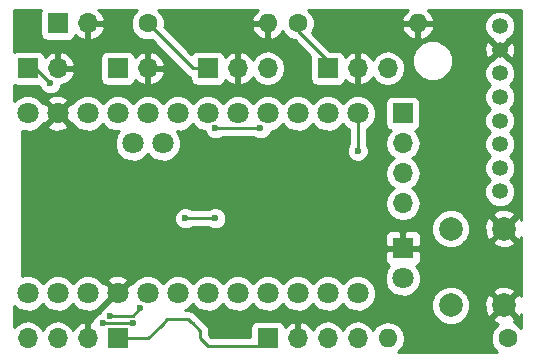
<source format=gbr>
G04 #@! TF.FileFunction,Copper,L2,Bot,Signal*
%FSLAX46Y46*%
G04 Gerber Fmt 4.6, Leading zero omitted, Abs format (unit mm)*
G04 Created by KiCad (PCBNEW 4.0.7) date 05/11/18 23:43:40*
%MOMM*%
%LPD*%
G01*
G04 APERTURE LIST*
%ADD10C,0.100000*%
%ADD11R,1.800000X1.800000*%
%ADD12C,1.800000*%
%ADD13R,1.700000X1.700000*%
%ADD14O,1.700000X1.700000*%
%ADD15C,2.000000*%
%ADD16C,1.350000*%
%ADD17C,1.600000*%
%ADD18O,1.600000X1.600000*%
%ADD19C,0.600000*%
%ADD20C,0.250000*%
%ADD21C,0.254000*%
G04 APERTURE END LIST*
D10*
D11*
X134620000Y-68580000D03*
D12*
X134620000Y-71120000D03*
D13*
X102870000Y-53340000D03*
D14*
X105410000Y-53340000D03*
D15*
X143184000Y-73406000D03*
X138684000Y-73406000D03*
X143184000Y-66906000D03*
X138684000Y-66906000D03*
D16*
X142835000Y-63760000D03*
X142835000Y-49760000D03*
X142835000Y-51760000D03*
X142835000Y-53760000D03*
X142835000Y-55760000D03*
X142835000Y-57760000D03*
X142835000Y-59760000D03*
X142835000Y-61760000D03*
D13*
X105410000Y-49530000D03*
D14*
X107950000Y-49530000D03*
D13*
X110490000Y-76200000D03*
D14*
X107950000Y-76200000D03*
X105410000Y-76200000D03*
X102870000Y-76200000D03*
D13*
X123190000Y-76200000D03*
D14*
X125730000Y-76200000D03*
X128270000Y-76200000D03*
X130810000Y-76200000D03*
D13*
X128270000Y-53340000D03*
D14*
X130810000Y-53340000D03*
X133350000Y-53340000D03*
D13*
X118110000Y-53340000D03*
D14*
X120650000Y-53340000D03*
X123190000Y-53340000D03*
D13*
X110490000Y-53340000D03*
D14*
X113030000Y-53340000D03*
D13*
X134620000Y-57150000D03*
D14*
X134620000Y-59690000D03*
X134620000Y-62230000D03*
X134620000Y-64770000D03*
D17*
X143510000Y-76200000D03*
D18*
X133350000Y-76200000D03*
D17*
X125730000Y-49530000D03*
D18*
X135890000Y-49530000D03*
D17*
X113030000Y-49530000D03*
D18*
X123190000Y-49530000D03*
D12*
X130810000Y-57150000D03*
X128270000Y-57150000D03*
X125730000Y-57150000D03*
X123190000Y-57150000D03*
X120650000Y-57150000D03*
X118110000Y-57150000D03*
X115570000Y-57150000D03*
X113030000Y-57150000D03*
X110490000Y-57150000D03*
X107950000Y-57150000D03*
X105410000Y-57150000D03*
X102870000Y-57150000D03*
X102870000Y-72390000D03*
X105410000Y-72390000D03*
X107950000Y-72390000D03*
X110490000Y-72390000D03*
X113030000Y-72390000D03*
X115570000Y-72390000D03*
X118110000Y-72390000D03*
X120650000Y-72390000D03*
X123190000Y-72390000D03*
X125730000Y-72390000D03*
X128270000Y-72390000D03*
X130810000Y-72390000D03*
X114300000Y-59690000D03*
X111760000Y-59690000D03*
D19*
X130810000Y-60325000D03*
X118745000Y-66040000D03*
X116205000Y-66040000D03*
X111760000Y-74930000D03*
X109220000Y-74930000D03*
X112395000Y-73660000D03*
X109855000Y-74295000D03*
X104775000Y-54610000D03*
X118745000Y-58420000D03*
X122555000Y-58420000D03*
D20*
X114490500Y-74739500D02*
X114681000Y-74549000D01*
X116459000Y-74549000D02*
X116713000Y-74803000D01*
X114681000Y-74549000D02*
X116459000Y-74549000D01*
X114363500Y-74866500D02*
X114490500Y-74739500D01*
X114109500Y-75120500D02*
X114363500Y-74866500D01*
X113030000Y-76200000D02*
X114109500Y-75120500D01*
X110490000Y-76200000D02*
X113030000Y-76200000D01*
X117475000Y-75565000D02*
X117475000Y-76200000D01*
X118745000Y-76835000D02*
X121285000Y-76835000D01*
X116840000Y-74930000D02*
X117475000Y-75565000D01*
X116713000Y-74803000D02*
X116840000Y-74930000D01*
X121285000Y-76835000D02*
X122555000Y-76835000D01*
X117475000Y-76200000D02*
X118110000Y-76835000D01*
X118110000Y-76835000D02*
X118745000Y-76835000D01*
X122555000Y-76835000D02*
X123190000Y-76200000D01*
X110236000Y-72390000D02*
X109728000Y-72898000D01*
X109347000Y-73279000D02*
X109728000Y-72898000D01*
X110109000Y-72390000D02*
X109220000Y-73279000D01*
X110490000Y-72390000D02*
X110236000Y-72390000D01*
X107950000Y-76200000D02*
X107950000Y-74930000D01*
X107950000Y-74930000D02*
X110490000Y-72390000D01*
X110490000Y-72390000D02*
X110109000Y-72390000D01*
X130810000Y-60325000D02*
X130810000Y-57150000D01*
X118745000Y-66040000D02*
X116205000Y-66040000D01*
X109220000Y-74930000D02*
X111760000Y-74930000D01*
X109855000Y-74295000D02*
X111760000Y-74295000D01*
X111760000Y-74295000D02*
X112395000Y-73660000D01*
X125730000Y-49530000D02*
X125730000Y-50165000D01*
X125730000Y-50165000D02*
X128270000Y-52705000D01*
X128270000Y-52705000D02*
X128270000Y-53340000D01*
X113030000Y-49530000D02*
X116840000Y-53340000D01*
X116840000Y-53340000D02*
X118110000Y-53340000D01*
X117475000Y-53340000D02*
X118110000Y-53340000D01*
X104775000Y-54610000D02*
X103505000Y-53340000D01*
X103505000Y-53340000D02*
X102870000Y-53340000D01*
X103505000Y-53340000D02*
X102870000Y-53340000D01*
X122555000Y-58420000D02*
X118745000Y-58420000D01*
D21*
G36*
X103963569Y-48428110D02*
X103912560Y-48680000D01*
X103912560Y-50380000D01*
X103956838Y-50615317D01*
X104095910Y-50831441D01*
X104308110Y-50976431D01*
X104560000Y-51027440D01*
X106260000Y-51027440D01*
X106495317Y-50983162D01*
X106711441Y-50844090D01*
X106856431Y-50631890D01*
X106878301Y-50523893D01*
X107183076Y-50801645D01*
X107593110Y-50971476D01*
X107823000Y-50850155D01*
X107823000Y-49657000D01*
X108077000Y-49657000D01*
X108077000Y-50850155D01*
X108306890Y-50971476D01*
X108716924Y-50801645D01*
X109145183Y-50411358D01*
X109391486Y-49886892D01*
X109270819Y-49657000D01*
X108077000Y-49657000D01*
X107823000Y-49657000D01*
X107803000Y-49657000D01*
X107803000Y-49403000D01*
X107823000Y-49403000D01*
X107823000Y-49383000D01*
X108077000Y-49383000D01*
X108077000Y-49403000D01*
X109270819Y-49403000D01*
X109391486Y-49173108D01*
X109145183Y-48648642D01*
X108858085Y-48387000D01*
X112143827Y-48387000D01*
X111814176Y-48716077D01*
X111595250Y-49243309D01*
X111594752Y-49814187D01*
X111812757Y-50341800D01*
X112216077Y-50745824D01*
X112743309Y-50964750D01*
X113314187Y-50965248D01*
X113368149Y-50942951D01*
X116302599Y-53877401D01*
X116549161Y-54042148D01*
X116612560Y-54054759D01*
X116612560Y-54190000D01*
X116656838Y-54425317D01*
X116795910Y-54641441D01*
X117008110Y-54786431D01*
X117260000Y-54837440D01*
X118960000Y-54837440D01*
X119195317Y-54793162D01*
X119411441Y-54654090D01*
X119556431Y-54441890D01*
X119578301Y-54333893D01*
X119883076Y-54611645D01*
X120293110Y-54781476D01*
X120523000Y-54660155D01*
X120523000Y-53467000D01*
X120503000Y-53467000D01*
X120503000Y-53213000D01*
X120523000Y-53213000D01*
X120523000Y-52019845D01*
X120777000Y-52019845D01*
X120777000Y-53213000D01*
X120797000Y-53213000D01*
X120797000Y-53467000D01*
X120777000Y-53467000D01*
X120777000Y-54660155D01*
X121006890Y-54781476D01*
X121416924Y-54611645D01*
X121845183Y-54221358D01*
X121912298Y-54078447D01*
X122139946Y-54419147D01*
X122621715Y-54741054D01*
X123190000Y-54854093D01*
X123758285Y-54741054D01*
X124240054Y-54419147D01*
X124561961Y-53937378D01*
X124675000Y-53369093D01*
X124675000Y-53310907D01*
X124561961Y-52742622D01*
X124240054Y-52260853D01*
X123758285Y-51938946D01*
X123190000Y-51825907D01*
X122621715Y-51938946D01*
X122139946Y-52260853D01*
X121912298Y-52601553D01*
X121845183Y-52458642D01*
X121416924Y-52068355D01*
X121006890Y-51898524D01*
X120777000Y-52019845D01*
X120523000Y-52019845D01*
X120293110Y-51898524D01*
X119883076Y-52068355D01*
X119580063Y-52344501D01*
X119563162Y-52254683D01*
X119424090Y-52038559D01*
X119211890Y-51893569D01*
X118960000Y-51842560D01*
X117260000Y-51842560D01*
X117024683Y-51886838D01*
X116808559Y-52025910D01*
X116724190Y-52149388D01*
X114453841Y-49879039D01*
X121798096Y-49879039D01*
X121958959Y-50267423D01*
X122334866Y-50682389D01*
X122840959Y-50921914D01*
X123063000Y-50800629D01*
X123063000Y-49657000D01*
X121920085Y-49657000D01*
X121798096Y-49879039D01*
X114453841Y-49879039D01*
X114443256Y-49868454D01*
X114464750Y-49816691D01*
X114465248Y-49245813D01*
X114247243Y-48718200D01*
X113916620Y-48387000D01*
X122326361Y-48387000D01*
X121958959Y-48792577D01*
X121798096Y-49180961D01*
X121920085Y-49403000D01*
X123063000Y-49403000D01*
X123063000Y-49383000D01*
X123317000Y-49383000D01*
X123317000Y-49403000D01*
X123337000Y-49403000D01*
X123337000Y-49657000D01*
X123317000Y-49657000D01*
X123317000Y-50800629D01*
X123539041Y-50921914D01*
X124045134Y-50682389D01*
X124421041Y-50267423D01*
X124451570Y-50193715D01*
X124512757Y-50341800D01*
X124916077Y-50745824D01*
X125443309Y-50964750D01*
X125454958Y-50964760D01*
X126807527Y-52317329D01*
X126772560Y-52490000D01*
X126772560Y-54190000D01*
X126816838Y-54425317D01*
X126955910Y-54641441D01*
X127168110Y-54786431D01*
X127420000Y-54837440D01*
X129120000Y-54837440D01*
X129355317Y-54793162D01*
X129571441Y-54654090D01*
X129716431Y-54441890D01*
X129738301Y-54333893D01*
X130043076Y-54611645D01*
X130453110Y-54781476D01*
X130683000Y-54660155D01*
X130683000Y-53467000D01*
X130663000Y-53467000D01*
X130663000Y-53213000D01*
X130683000Y-53213000D01*
X130683000Y-52019845D01*
X130937000Y-52019845D01*
X130937000Y-53213000D01*
X130957000Y-53213000D01*
X130957000Y-53467000D01*
X130937000Y-53467000D01*
X130937000Y-54660155D01*
X131166890Y-54781476D01*
X131576924Y-54611645D01*
X132005183Y-54221358D01*
X132072298Y-54078447D01*
X132299946Y-54419147D01*
X132781715Y-54741054D01*
X133350000Y-54854093D01*
X133918285Y-54741054D01*
X134400054Y-54419147D01*
X134721961Y-53937378D01*
X134835000Y-53369093D01*
X134835000Y-53310907D01*
X134782824Y-53048599D01*
X135424699Y-53048599D01*
X135688281Y-53686515D01*
X136175918Y-54175004D01*
X136813373Y-54439699D01*
X137503599Y-54440301D01*
X138141515Y-54176719D01*
X138299076Y-54019432D01*
X141524774Y-54019432D01*
X141723789Y-54501086D01*
X141982380Y-54760129D01*
X141725084Y-55016976D01*
X141525228Y-55498282D01*
X141524774Y-56019432D01*
X141723789Y-56501086D01*
X141982380Y-56760129D01*
X141725084Y-57016976D01*
X141525228Y-57498282D01*
X141524774Y-58019432D01*
X141723789Y-58501086D01*
X141982380Y-58760129D01*
X141725084Y-59016976D01*
X141525228Y-59498282D01*
X141524774Y-60019432D01*
X141723789Y-60501086D01*
X141982380Y-60760129D01*
X141725084Y-61016976D01*
X141525228Y-61498282D01*
X141524774Y-62019432D01*
X141723789Y-62501086D01*
X141982380Y-62760129D01*
X141725084Y-63016976D01*
X141525228Y-63498282D01*
X141524774Y-64019432D01*
X141723789Y-64501086D01*
X142091976Y-64869916D01*
X142573282Y-65069772D01*
X143094432Y-65070226D01*
X143576086Y-64871211D01*
X143944916Y-64503024D01*
X144144772Y-64021718D01*
X144145226Y-63500568D01*
X143946211Y-63018914D01*
X143687620Y-62759871D01*
X143944916Y-62503024D01*
X144144772Y-62021718D01*
X144145226Y-61500568D01*
X143946211Y-61018914D01*
X143687620Y-60759871D01*
X143944916Y-60503024D01*
X144144772Y-60021718D01*
X144145226Y-59500568D01*
X143946211Y-59018914D01*
X143687620Y-58759871D01*
X143944916Y-58503024D01*
X144144772Y-58021718D01*
X144145226Y-57500568D01*
X143946211Y-57018914D01*
X143687620Y-56759871D01*
X143944916Y-56503024D01*
X144144772Y-56021718D01*
X144145226Y-55500568D01*
X143946211Y-55018914D01*
X143687620Y-54759871D01*
X143944916Y-54503024D01*
X144144772Y-54021718D01*
X144145226Y-53500568D01*
X143946211Y-53018914D01*
X143578024Y-52650084D01*
X143522369Y-52626974D01*
X142835000Y-51939605D01*
X142148279Y-52626326D01*
X142093914Y-52648789D01*
X141725084Y-53016976D01*
X141525228Y-53498282D01*
X141524774Y-54019432D01*
X138299076Y-54019432D01*
X138630004Y-53689082D01*
X138894699Y-53051627D01*
X138895301Y-52361401D01*
X138631719Y-51723485D01*
X138481597Y-51573100D01*
X141512478Y-51573100D01*
X141541625Y-52093434D01*
X141684672Y-52438781D01*
X141917853Y-52497542D01*
X142655395Y-51760000D01*
X143014605Y-51760000D01*
X143752147Y-52497542D01*
X143985328Y-52438781D01*
X144157522Y-51946900D01*
X144128375Y-51426566D01*
X143985328Y-51081219D01*
X143752147Y-51022458D01*
X143014605Y-51760000D01*
X142655395Y-51760000D01*
X141917853Y-51022458D01*
X141684672Y-51081219D01*
X141512478Y-51573100D01*
X138481597Y-51573100D01*
X138144082Y-51234996D01*
X137506627Y-50970301D01*
X136816401Y-50969699D01*
X136178485Y-51233281D01*
X135689996Y-51720918D01*
X135425301Y-52358373D01*
X135424699Y-53048599D01*
X134782824Y-53048599D01*
X134721961Y-52742622D01*
X134400054Y-52260853D01*
X133918285Y-51938946D01*
X133350000Y-51825907D01*
X132781715Y-51938946D01*
X132299946Y-52260853D01*
X132072298Y-52601553D01*
X132005183Y-52458642D01*
X131576924Y-52068355D01*
X131166890Y-51898524D01*
X130937000Y-52019845D01*
X130683000Y-52019845D01*
X130453110Y-51898524D01*
X130043076Y-52068355D01*
X129740063Y-52344501D01*
X129723162Y-52254683D01*
X129584090Y-52038559D01*
X129371890Y-51893569D01*
X129120000Y-51842560D01*
X128482362Y-51842560D01*
X126956944Y-50317142D01*
X127138860Y-49879039D01*
X134498096Y-49879039D01*
X134658959Y-50267423D01*
X135034866Y-50682389D01*
X135540959Y-50921914D01*
X135763000Y-50800629D01*
X135763000Y-49657000D01*
X136017000Y-49657000D01*
X136017000Y-50800629D01*
X136239041Y-50921914D01*
X136745134Y-50682389D01*
X137121041Y-50267423D01*
X137223755Y-50019432D01*
X141524774Y-50019432D01*
X141723789Y-50501086D01*
X142091976Y-50869916D01*
X142147631Y-50893026D01*
X142835000Y-51580395D01*
X143521721Y-50893674D01*
X143576086Y-50871211D01*
X143944916Y-50503024D01*
X144144772Y-50021718D01*
X144145226Y-49500568D01*
X143946211Y-49018914D01*
X143578024Y-48650084D01*
X143096718Y-48450228D01*
X142575568Y-48449774D01*
X142093914Y-48648789D01*
X141725084Y-49016976D01*
X141525228Y-49498282D01*
X141524774Y-50019432D01*
X137223755Y-50019432D01*
X137281904Y-49879039D01*
X137159915Y-49657000D01*
X136017000Y-49657000D01*
X135763000Y-49657000D01*
X134620085Y-49657000D01*
X134498096Y-49879039D01*
X127138860Y-49879039D01*
X127164750Y-49816691D01*
X127165248Y-49245813D01*
X126947243Y-48718200D01*
X126616620Y-48387000D01*
X135026361Y-48387000D01*
X134658959Y-48792577D01*
X134498096Y-49180961D01*
X134620085Y-49403000D01*
X135763000Y-49403000D01*
X135763000Y-49383000D01*
X136017000Y-49383000D01*
X136017000Y-49403000D01*
X137159915Y-49403000D01*
X137281904Y-49180961D01*
X137121041Y-48792577D01*
X136753639Y-48387000D01*
X144653000Y-48387000D01*
X144653000Y-66151513D01*
X144603387Y-66031736D01*
X144336532Y-65933073D01*
X143363605Y-66906000D01*
X144336532Y-67878927D01*
X144603387Y-67780264D01*
X144653000Y-67646721D01*
X144653000Y-72651513D01*
X144603387Y-72531736D01*
X144336532Y-72433073D01*
X143363605Y-73406000D01*
X144336532Y-74378927D01*
X144603387Y-74280264D01*
X144653000Y-74146721D01*
X144653000Y-75313827D01*
X144323923Y-74984176D01*
X143999818Y-74849596D01*
X144058264Y-74825387D01*
X144156927Y-74558532D01*
X143184000Y-73585605D01*
X142211073Y-74558532D01*
X142309736Y-74825387D01*
X142714831Y-74975885D01*
X142698200Y-74982757D01*
X142294176Y-75386077D01*
X142075250Y-75913309D01*
X142074752Y-76484187D01*
X142292757Y-77011800D01*
X142623380Y-77343000D01*
X134200793Y-77343000D01*
X134392811Y-77214698D01*
X134703880Y-76749151D01*
X134813113Y-76200000D01*
X134703880Y-75650849D01*
X134392811Y-75185302D01*
X133927264Y-74874233D01*
X133378113Y-74765000D01*
X133321887Y-74765000D01*
X132772736Y-74874233D01*
X132307189Y-75185302D01*
X132105153Y-75487670D01*
X131860054Y-75120853D01*
X131378285Y-74798946D01*
X130810000Y-74685907D01*
X130241715Y-74798946D01*
X129759946Y-75120853D01*
X129540000Y-75450026D01*
X129320054Y-75120853D01*
X128838285Y-74798946D01*
X128270000Y-74685907D01*
X127701715Y-74798946D01*
X127219946Y-75120853D01*
X126992298Y-75461553D01*
X126925183Y-75318642D01*
X126496924Y-74928355D01*
X126086890Y-74758524D01*
X125857000Y-74879845D01*
X125857000Y-76073000D01*
X125877000Y-76073000D01*
X125877000Y-76327000D01*
X125857000Y-76327000D01*
X125857000Y-76347000D01*
X125603000Y-76347000D01*
X125603000Y-76327000D01*
X125583000Y-76327000D01*
X125583000Y-76073000D01*
X125603000Y-76073000D01*
X125603000Y-74879845D01*
X125373110Y-74758524D01*
X124963076Y-74928355D01*
X124660063Y-75204501D01*
X124643162Y-75114683D01*
X124504090Y-74898559D01*
X124291890Y-74753569D01*
X124040000Y-74702560D01*
X122340000Y-74702560D01*
X122104683Y-74746838D01*
X121888559Y-74885910D01*
X121743569Y-75098110D01*
X121692560Y-75350000D01*
X121692560Y-76075000D01*
X118424802Y-76075000D01*
X118235000Y-75885198D01*
X118235000Y-75565000D01*
X118177148Y-75274161D01*
X118012401Y-75027599D01*
X116996401Y-74011599D01*
X116749839Y-73846852D01*
X116459000Y-73789000D01*
X116203778Y-73789000D01*
X116438371Y-73692068D01*
X116840323Y-73290818D01*
X117239357Y-73690551D01*
X117803330Y-73924733D01*
X118413991Y-73925265D01*
X118978371Y-73692068D01*
X119380323Y-73290818D01*
X119779357Y-73690551D01*
X120343330Y-73924733D01*
X120953991Y-73925265D01*
X121518371Y-73692068D01*
X121920323Y-73290818D01*
X122319357Y-73690551D01*
X122883330Y-73924733D01*
X123493991Y-73925265D01*
X124058371Y-73692068D01*
X124460323Y-73290818D01*
X124859357Y-73690551D01*
X125423330Y-73924733D01*
X126033991Y-73925265D01*
X126598371Y-73692068D01*
X127000323Y-73290818D01*
X127399357Y-73690551D01*
X127963330Y-73924733D01*
X128573991Y-73925265D01*
X129138371Y-73692068D01*
X129540323Y-73290818D01*
X129939357Y-73690551D01*
X130503330Y-73924733D01*
X131113991Y-73925265D01*
X131587064Y-73729795D01*
X137048716Y-73729795D01*
X137297106Y-74330943D01*
X137756637Y-74791278D01*
X138357352Y-75040716D01*
X139007795Y-75041284D01*
X139608943Y-74792894D01*
X140069278Y-74333363D01*
X140318716Y-73732648D01*
X140319232Y-73141461D01*
X141538092Y-73141461D01*
X141562144Y-73791460D01*
X141764613Y-74280264D01*
X142031468Y-74378927D01*
X143004395Y-73406000D01*
X142031468Y-72433073D01*
X141764613Y-72531736D01*
X141538092Y-73141461D01*
X140319232Y-73141461D01*
X140319284Y-73082205D01*
X140070894Y-72481057D01*
X139843703Y-72253468D01*
X142211073Y-72253468D01*
X143184000Y-73226395D01*
X144156927Y-72253468D01*
X144058264Y-71986613D01*
X143448539Y-71760092D01*
X142798540Y-71784144D01*
X142309736Y-71986613D01*
X142211073Y-72253468D01*
X139843703Y-72253468D01*
X139611363Y-72020722D01*
X139010648Y-71771284D01*
X138360205Y-71770716D01*
X137759057Y-72019106D01*
X137298722Y-72478637D01*
X137049284Y-73079352D01*
X137048716Y-73729795D01*
X131587064Y-73729795D01*
X131678371Y-73692068D01*
X132110551Y-73260643D01*
X132344733Y-72696670D01*
X132345265Y-72086009D01*
X132112068Y-71521629D01*
X132014601Y-71423991D01*
X133084735Y-71423991D01*
X133317932Y-71988371D01*
X133749357Y-72420551D01*
X134313330Y-72654733D01*
X134923991Y-72655265D01*
X135488371Y-72422068D01*
X135920551Y-71990643D01*
X136154733Y-71426670D01*
X136155265Y-70816009D01*
X135922068Y-70251629D01*
X135744908Y-70074159D01*
X135879699Y-70018327D01*
X136058327Y-69839698D01*
X136155000Y-69606309D01*
X136155000Y-68865750D01*
X135996250Y-68707000D01*
X134747000Y-68707000D01*
X134747000Y-68727000D01*
X134493000Y-68727000D01*
X134493000Y-68707000D01*
X133243750Y-68707000D01*
X133085000Y-68865750D01*
X133085000Y-69606309D01*
X133181673Y-69839698D01*
X133360301Y-70018327D01*
X133494994Y-70074119D01*
X133319449Y-70249357D01*
X133085267Y-70813330D01*
X133084735Y-71423991D01*
X132014601Y-71423991D01*
X131680643Y-71089449D01*
X131116670Y-70855267D01*
X130506009Y-70854735D01*
X129941629Y-71087932D01*
X129539677Y-71489182D01*
X129140643Y-71089449D01*
X128576670Y-70855267D01*
X127966009Y-70854735D01*
X127401629Y-71087932D01*
X126999677Y-71489182D01*
X126600643Y-71089449D01*
X126036670Y-70855267D01*
X125426009Y-70854735D01*
X124861629Y-71087932D01*
X124459677Y-71489182D01*
X124060643Y-71089449D01*
X123496670Y-70855267D01*
X122886009Y-70854735D01*
X122321629Y-71087932D01*
X121919677Y-71489182D01*
X121520643Y-71089449D01*
X120956670Y-70855267D01*
X120346009Y-70854735D01*
X119781629Y-71087932D01*
X119379677Y-71489182D01*
X118980643Y-71089449D01*
X118416670Y-70855267D01*
X117806009Y-70854735D01*
X117241629Y-71087932D01*
X116839677Y-71489182D01*
X116440643Y-71089449D01*
X115876670Y-70855267D01*
X115266009Y-70854735D01*
X114701629Y-71087932D01*
X114299677Y-71489182D01*
X113900643Y-71089449D01*
X113336670Y-70855267D01*
X112726009Y-70854735D01*
X112161629Y-71087932D01*
X111729449Y-71519357D01*
X111720797Y-71540194D01*
X111570159Y-71489446D01*
X110669605Y-72390000D01*
X110683748Y-72404143D01*
X110504143Y-72583748D01*
X110490000Y-72569605D01*
X110475858Y-72583748D01*
X110296253Y-72404143D01*
X110310395Y-72390000D01*
X109409841Y-71489446D01*
X109259673Y-71540035D01*
X109252068Y-71521629D01*
X109040650Y-71309841D01*
X109589446Y-71309841D01*
X110490000Y-72210395D01*
X111390554Y-71309841D01*
X111304148Y-71053357D01*
X110730664Y-70843542D01*
X110120540Y-70869161D01*
X109675852Y-71053357D01*
X109589446Y-71309841D01*
X109040650Y-71309841D01*
X108820643Y-71089449D01*
X108256670Y-70855267D01*
X107646009Y-70854735D01*
X107081629Y-71087932D01*
X106679677Y-71489182D01*
X106280643Y-71089449D01*
X105716670Y-70855267D01*
X105106009Y-70854735D01*
X104541629Y-71087932D01*
X104139677Y-71489182D01*
X103740643Y-71089449D01*
X103176670Y-70855267D01*
X102566009Y-70854735D01*
X102362000Y-70939030D01*
X102362000Y-67553691D01*
X133085000Y-67553691D01*
X133085000Y-68294250D01*
X133243750Y-68453000D01*
X134493000Y-68453000D01*
X134493000Y-67203750D01*
X134747000Y-67203750D01*
X134747000Y-68453000D01*
X135996250Y-68453000D01*
X136155000Y-68294250D01*
X136155000Y-67553691D01*
X136058327Y-67320302D01*
X135967821Y-67229795D01*
X137048716Y-67229795D01*
X137297106Y-67830943D01*
X137756637Y-68291278D01*
X138357352Y-68540716D01*
X139007795Y-68541284D01*
X139608943Y-68292894D01*
X139843715Y-68058532D01*
X142211073Y-68058532D01*
X142309736Y-68325387D01*
X142919461Y-68551908D01*
X143569460Y-68527856D01*
X144058264Y-68325387D01*
X144156927Y-68058532D01*
X143184000Y-67085605D01*
X142211073Y-68058532D01*
X139843715Y-68058532D01*
X140069278Y-67833363D01*
X140318716Y-67232648D01*
X140319232Y-66641461D01*
X141538092Y-66641461D01*
X141562144Y-67291460D01*
X141764613Y-67780264D01*
X142031468Y-67878927D01*
X143004395Y-66906000D01*
X142031468Y-65933073D01*
X141764613Y-66031736D01*
X141538092Y-66641461D01*
X140319232Y-66641461D01*
X140319284Y-66582205D01*
X140070894Y-65981057D01*
X139843703Y-65753468D01*
X142211073Y-65753468D01*
X143184000Y-66726395D01*
X144156927Y-65753468D01*
X144058264Y-65486613D01*
X143448539Y-65260092D01*
X142798540Y-65284144D01*
X142309736Y-65486613D01*
X142211073Y-65753468D01*
X139843703Y-65753468D01*
X139611363Y-65520722D01*
X139010648Y-65271284D01*
X138360205Y-65270716D01*
X137759057Y-65519106D01*
X137298722Y-65978637D01*
X137049284Y-66579352D01*
X137048716Y-67229795D01*
X135967821Y-67229795D01*
X135879699Y-67141673D01*
X135646310Y-67045000D01*
X134905750Y-67045000D01*
X134747000Y-67203750D01*
X134493000Y-67203750D01*
X134334250Y-67045000D01*
X133593690Y-67045000D01*
X133360301Y-67141673D01*
X133181673Y-67320302D01*
X133085000Y-67553691D01*
X102362000Y-67553691D01*
X102362000Y-66225167D01*
X115269838Y-66225167D01*
X115411883Y-66568943D01*
X115674673Y-66832192D01*
X116018201Y-66974838D01*
X116390167Y-66975162D01*
X116733943Y-66833117D01*
X116767118Y-66800000D01*
X118182537Y-66800000D01*
X118214673Y-66832192D01*
X118558201Y-66974838D01*
X118930167Y-66975162D01*
X119273943Y-66833117D01*
X119537192Y-66570327D01*
X119679838Y-66226799D01*
X119680162Y-65854833D01*
X119538117Y-65511057D01*
X119275327Y-65247808D01*
X118931799Y-65105162D01*
X118559833Y-65104838D01*
X118216057Y-65246883D01*
X118182882Y-65280000D01*
X116767463Y-65280000D01*
X116735327Y-65247808D01*
X116391799Y-65105162D01*
X116019833Y-65104838D01*
X115676057Y-65246883D01*
X115412808Y-65509673D01*
X115270162Y-65853201D01*
X115269838Y-66225167D01*
X102362000Y-66225167D01*
X102362000Y-58601133D01*
X102563330Y-58684733D01*
X103173991Y-58685265D01*
X103738371Y-58452068D01*
X103960668Y-58230159D01*
X104509446Y-58230159D01*
X104595852Y-58486643D01*
X105169336Y-58696458D01*
X105779460Y-58670839D01*
X106224148Y-58486643D01*
X106310554Y-58230159D01*
X105410000Y-57329605D01*
X104509446Y-58230159D01*
X103960668Y-58230159D01*
X104170551Y-58020643D01*
X104179203Y-57999806D01*
X104329841Y-58050554D01*
X105230395Y-57150000D01*
X105589605Y-57150000D01*
X106490159Y-58050554D01*
X106640327Y-57999965D01*
X106647932Y-58018371D01*
X107079357Y-58450551D01*
X107643330Y-58684733D01*
X108253991Y-58685265D01*
X108818371Y-58452068D01*
X109220323Y-58050818D01*
X109619357Y-58450551D01*
X110183330Y-58684733D01*
X110593950Y-58685091D01*
X110459449Y-58819357D01*
X110225267Y-59383330D01*
X110224735Y-59993991D01*
X110457932Y-60558371D01*
X110889357Y-60990551D01*
X111453330Y-61224733D01*
X112063991Y-61225265D01*
X112628371Y-60992068D01*
X113030323Y-60590818D01*
X113429357Y-60990551D01*
X113993330Y-61224733D01*
X114603991Y-61225265D01*
X115168371Y-60992068D01*
X115600551Y-60560643D01*
X115834733Y-59996670D01*
X115835265Y-59386009D01*
X115602068Y-58821629D01*
X115465587Y-58684909D01*
X115873991Y-58685265D01*
X116438371Y-58452068D01*
X116840323Y-58050818D01*
X117239357Y-58450551D01*
X117803330Y-58684733D01*
X117842728Y-58684767D01*
X117951883Y-58948943D01*
X118214673Y-59212192D01*
X118558201Y-59354838D01*
X118930167Y-59355162D01*
X119273943Y-59213117D01*
X119307118Y-59180000D01*
X121992537Y-59180000D01*
X122024673Y-59212192D01*
X122368201Y-59354838D01*
X122740167Y-59355162D01*
X123083943Y-59213117D01*
X123347192Y-58950327D01*
X123457269Y-58685233D01*
X123493991Y-58685265D01*
X124058371Y-58452068D01*
X124460323Y-58050818D01*
X124859357Y-58450551D01*
X125423330Y-58684733D01*
X126033991Y-58685265D01*
X126598371Y-58452068D01*
X127000323Y-58050818D01*
X127399357Y-58450551D01*
X127963330Y-58684733D01*
X128573991Y-58685265D01*
X129138371Y-58452068D01*
X129540323Y-58050818D01*
X129939357Y-58450551D01*
X130050000Y-58496494D01*
X130050000Y-59762537D01*
X130017808Y-59794673D01*
X129875162Y-60138201D01*
X129874838Y-60510167D01*
X130016883Y-60853943D01*
X130279673Y-61117192D01*
X130623201Y-61259838D01*
X130995167Y-61260162D01*
X131338943Y-61118117D01*
X131602192Y-60855327D01*
X131744838Y-60511799D01*
X131745162Y-60139833D01*
X131603117Y-59796057D01*
X131570000Y-59762882D01*
X131570000Y-59690000D01*
X133105907Y-59690000D01*
X133218946Y-60258285D01*
X133540853Y-60740054D01*
X133870026Y-60960000D01*
X133540853Y-61179946D01*
X133218946Y-61661715D01*
X133105907Y-62230000D01*
X133218946Y-62798285D01*
X133540853Y-63280054D01*
X133870026Y-63500000D01*
X133540853Y-63719946D01*
X133218946Y-64201715D01*
X133105907Y-64770000D01*
X133218946Y-65338285D01*
X133540853Y-65820054D01*
X134022622Y-66141961D01*
X134590907Y-66255000D01*
X134649093Y-66255000D01*
X135217378Y-66141961D01*
X135699147Y-65820054D01*
X136021054Y-65338285D01*
X136134093Y-64770000D01*
X136021054Y-64201715D01*
X135699147Y-63719946D01*
X135369974Y-63500000D01*
X135699147Y-63280054D01*
X136021054Y-62798285D01*
X136134093Y-62230000D01*
X136021054Y-61661715D01*
X135699147Y-61179946D01*
X135369974Y-60960000D01*
X135699147Y-60740054D01*
X136021054Y-60258285D01*
X136134093Y-59690000D01*
X136021054Y-59121715D01*
X135699147Y-58639946D01*
X135657548Y-58612150D01*
X135705317Y-58603162D01*
X135921441Y-58464090D01*
X136066431Y-58251890D01*
X136117440Y-58000000D01*
X136117440Y-56300000D01*
X136073162Y-56064683D01*
X135934090Y-55848559D01*
X135721890Y-55703569D01*
X135470000Y-55652560D01*
X133770000Y-55652560D01*
X133534683Y-55696838D01*
X133318559Y-55835910D01*
X133173569Y-56048110D01*
X133122560Y-56300000D01*
X133122560Y-58000000D01*
X133166838Y-58235317D01*
X133305910Y-58451441D01*
X133518110Y-58596431D01*
X133585541Y-58610086D01*
X133540853Y-58639946D01*
X133218946Y-59121715D01*
X133105907Y-59690000D01*
X131570000Y-59690000D01*
X131570000Y-58496846D01*
X131678371Y-58452068D01*
X132110551Y-58020643D01*
X132344733Y-57456670D01*
X132345265Y-56846009D01*
X132112068Y-56281629D01*
X131680643Y-55849449D01*
X131116670Y-55615267D01*
X130506009Y-55614735D01*
X129941629Y-55847932D01*
X129539677Y-56249182D01*
X129140643Y-55849449D01*
X128576670Y-55615267D01*
X127966009Y-55614735D01*
X127401629Y-55847932D01*
X126999677Y-56249182D01*
X126600643Y-55849449D01*
X126036670Y-55615267D01*
X125426009Y-55614735D01*
X124861629Y-55847932D01*
X124459677Y-56249182D01*
X124060643Y-55849449D01*
X123496670Y-55615267D01*
X122886009Y-55614735D01*
X122321629Y-55847932D01*
X121919677Y-56249182D01*
X121520643Y-55849449D01*
X120956670Y-55615267D01*
X120346009Y-55614735D01*
X119781629Y-55847932D01*
X119379677Y-56249182D01*
X118980643Y-55849449D01*
X118416670Y-55615267D01*
X117806009Y-55614735D01*
X117241629Y-55847932D01*
X116839677Y-56249182D01*
X116440643Y-55849449D01*
X115876670Y-55615267D01*
X115266009Y-55614735D01*
X114701629Y-55847932D01*
X114299677Y-56249182D01*
X113900643Y-55849449D01*
X113336670Y-55615267D01*
X112726009Y-55614735D01*
X112161629Y-55847932D01*
X111759677Y-56249182D01*
X111360643Y-55849449D01*
X110796670Y-55615267D01*
X110186009Y-55614735D01*
X109621629Y-55847932D01*
X109219677Y-56249182D01*
X108820643Y-55849449D01*
X108256670Y-55615267D01*
X107646009Y-55614735D01*
X107081629Y-55847932D01*
X106649449Y-56279357D01*
X106640797Y-56300194D01*
X106490159Y-56249446D01*
X105589605Y-57150000D01*
X105230395Y-57150000D01*
X104329841Y-56249446D01*
X104179673Y-56300035D01*
X104172068Y-56281629D01*
X103960650Y-56069841D01*
X104509446Y-56069841D01*
X105410000Y-56970395D01*
X106310554Y-56069841D01*
X106224148Y-55813357D01*
X105650664Y-55603542D01*
X105040540Y-55629161D01*
X104595852Y-55813357D01*
X104509446Y-56069841D01*
X103960650Y-56069841D01*
X103740643Y-55849449D01*
X103176670Y-55615267D01*
X102566009Y-55614735D01*
X102001629Y-55847932D01*
X101727000Y-56122081D01*
X101727000Y-54758342D01*
X101768110Y-54786431D01*
X102020000Y-54837440D01*
X103720000Y-54837440D01*
X103847400Y-54813468D01*
X103981883Y-55138943D01*
X104244673Y-55402192D01*
X104588201Y-55544838D01*
X104960167Y-55545162D01*
X105303943Y-55403117D01*
X105567192Y-55140327D01*
X105709838Y-54796799D01*
X105709878Y-54751389D01*
X105766890Y-54781476D01*
X106176924Y-54611645D01*
X106605183Y-54221358D01*
X106851486Y-53696892D01*
X106730819Y-53467000D01*
X105537000Y-53467000D01*
X105537000Y-53487000D01*
X105283000Y-53487000D01*
X105283000Y-53467000D01*
X105263000Y-53467000D01*
X105263000Y-53213000D01*
X105283000Y-53213000D01*
X105283000Y-52019845D01*
X105537000Y-52019845D01*
X105537000Y-53213000D01*
X106730819Y-53213000D01*
X106851486Y-52983108D01*
X106619910Y-52490000D01*
X108992560Y-52490000D01*
X108992560Y-54190000D01*
X109036838Y-54425317D01*
X109175910Y-54641441D01*
X109388110Y-54786431D01*
X109640000Y-54837440D01*
X111340000Y-54837440D01*
X111575317Y-54793162D01*
X111791441Y-54654090D01*
X111936431Y-54441890D01*
X111958301Y-54333893D01*
X112263076Y-54611645D01*
X112673110Y-54781476D01*
X112903000Y-54660155D01*
X112903000Y-53467000D01*
X113157000Y-53467000D01*
X113157000Y-54660155D01*
X113386890Y-54781476D01*
X113796924Y-54611645D01*
X114225183Y-54221358D01*
X114471486Y-53696892D01*
X114350819Y-53467000D01*
X113157000Y-53467000D01*
X112903000Y-53467000D01*
X112883000Y-53467000D01*
X112883000Y-53213000D01*
X112903000Y-53213000D01*
X112903000Y-52019845D01*
X113157000Y-52019845D01*
X113157000Y-53213000D01*
X114350819Y-53213000D01*
X114471486Y-52983108D01*
X114225183Y-52458642D01*
X113796924Y-52068355D01*
X113386890Y-51898524D01*
X113157000Y-52019845D01*
X112903000Y-52019845D01*
X112673110Y-51898524D01*
X112263076Y-52068355D01*
X111960063Y-52344501D01*
X111943162Y-52254683D01*
X111804090Y-52038559D01*
X111591890Y-51893569D01*
X111340000Y-51842560D01*
X109640000Y-51842560D01*
X109404683Y-51886838D01*
X109188559Y-52025910D01*
X109043569Y-52238110D01*
X108992560Y-52490000D01*
X106619910Y-52490000D01*
X106605183Y-52458642D01*
X106176924Y-52068355D01*
X105766890Y-51898524D01*
X105537000Y-52019845D01*
X105283000Y-52019845D01*
X105053110Y-51898524D01*
X104643076Y-52068355D01*
X104340063Y-52344501D01*
X104323162Y-52254683D01*
X104184090Y-52038559D01*
X103971890Y-51893569D01*
X103720000Y-51842560D01*
X102020000Y-51842560D01*
X101784683Y-51886838D01*
X101727000Y-51923956D01*
X101727000Y-48387000D01*
X103991658Y-48387000D01*
X103963569Y-48428110D01*
X103963569Y-48428110D01*
G37*
X103963569Y-48428110D02*
X103912560Y-48680000D01*
X103912560Y-50380000D01*
X103956838Y-50615317D01*
X104095910Y-50831441D01*
X104308110Y-50976431D01*
X104560000Y-51027440D01*
X106260000Y-51027440D01*
X106495317Y-50983162D01*
X106711441Y-50844090D01*
X106856431Y-50631890D01*
X106878301Y-50523893D01*
X107183076Y-50801645D01*
X107593110Y-50971476D01*
X107823000Y-50850155D01*
X107823000Y-49657000D01*
X108077000Y-49657000D01*
X108077000Y-50850155D01*
X108306890Y-50971476D01*
X108716924Y-50801645D01*
X109145183Y-50411358D01*
X109391486Y-49886892D01*
X109270819Y-49657000D01*
X108077000Y-49657000D01*
X107823000Y-49657000D01*
X107803000Y-49657000D01*
X107803000Y-49403000D01*
X107823000Y-49403000D01*
X107823000Y-49383000D01*
X108077000Y-49383000D01*
X108077000Y-49403000D01*
X109270819Y-49403000D01*
X109391486Y-49173108D01*
X109145183Y-48648642D01*
X108858085Y-48387000D01*
X112143827Y-48387000D01*
X111814176Y-48716077D01*
X111595250Y-49243309D01*
X111594752Y-49814187D01*
X111812757Y-50341800D01*
X112216077Y-50745824D01*
X112743309Y-50964750D01*
X113314187Y-50965248D01*
X113368149Y-50942951D01*
X116302599Y-53877401D01*
X116549161Y-54042148D01*
X116612560Y-54054759D01*
X116612560Y-54190000D01*
X116656838Y-54425317D01*
X116795910Y-54641441D01*
X117008110Y-54786431D01*
X117260000Y-54837440D01*
X118960000Y-54837440D01*
X119195317Y-54793162D01*
X119411441Y-54654090D01*
X119556431Y-54441890D01*
X119578301Y-54333893D01*
X119883076Y-54611645D01*
X120293110Y-54781476D01*
X120523000Y-54660155D01*
X120523000Y-53467000D01*
X120503000Y-53467000D01*
X120503000Y-53213000D01*
X120523000Y-53213000D01*
X120523000Y-52019845D01*
X120777000Y-52019845D01*
X120777000Y-53213000D01*
X120797000Y-53213000D01*
X120797000Y-53467000D01*
X120777000Y-53467000D01*
X120777000Y-54660155D01*
X121006890Y-54781476D01*
X121416924Y-54611645D01*
X121845183Y-54221358D01*
X121912298Y-54078447D01*
X122139946Y-54419147D01*
X122621715Y-54741054D01*
X123190000Y-54854093D01*
X123758285Y-54741054D01*
X124240054Y-54419147D01*
X124561961Y-53937378D01*
X124675000Y-53369093D01*
X124675000Y-53310907D01*
X124561961Y-52742622D01*
X124240054Y-52260853D01*
X123758285Y-51938946D01*
X123190000Y-51825907D01*
X122621715Y-51938946D01*
X122139946Y-52260853D01*
X121912298Y-52601553D01*
X121845183Y-52458642D01*
X121416924Y-52068355D01*
X121006890Y-51898524D01*
X120777000Y-52019845D01*
X120523000Y-52019845D01*
X120293110Y-51898524D01*
X119883076Y-52068355D01*
X119580063Y-52344501D01*
X119563162Y-52254683D01*
X119424090Y-52038559D01*
X119211890Y-51893569D01*
X118960000Y-51842560D01*
X117260000Y-51842560D01*
X117024683Y-51886838D01*
X116808559Y-52025910D01*
X116724190Y-52149388D01*
X114453841Y-49879039D01*
X121798096Y-49879039D01*
X121958959Y-50267423D01*
X122334866Y-50682389D01*
X122840959Y-50921914D01*
X123063000Y-50800629D01*
X123063000Y-49657000D01*
X121920085Y-49657000D01*
X121798096Y-49879039D01*
X114453841Y-49879039D01*
X114443256Y-49868454D01*
X114464750Y-49816691D01*
X114465248Y-49245813D01*
X114247243Y-48718200D01*
X113916620Y-48387000D01*
X122326361Y-48387000D01*
X121958959Y-48792577D01*
X121798096Y-49180961D01*
X121920085Y-49403000D01*
X123063000Y-49403000D01*
X123063000Y-49383000D01*
X123317000Y-49383000D01*
X123317000Y-49403000D01*
X123337000Y-49403000D01*
X123337000Y-49657000D01*
X123317000Y-49657000D01*
X123317000Y-50800629D01*
X123539041Y-50921914D01*
X124045134Y-50682389D01*
X124421041Y-50267423D01*
X124451570Y-50193715D01*
X124512757Y-50341800D01*
X124916077Y-50745824D01*
X125443309Y-50964750D01*
X125454958Y-50964760D01*
X126807527Y-52317329D01*
X126772560Y-52490000D01*
X126772560Y-54190000D01*
X126816838Y-54425317D01*
X126955910Y-54641441D01*
X127168110Y-54786431D01*
X127420000Y-54837440D01*
X129120000Y-54837440D01*
X129355317Y-54793162D01*
X129571441Y-54654090D01*
X129716431Y-54441890D01*
X129738301Y-54333893D01*
X130043076Y-54611645D01*
X130453110Y-54781476D01*
X130683000Y-54660155D01*
X130683000Y-53467000D01*
X130663000Y-53467000D01*
X130663000Y-53213000D01*
X130683000Y-53213000D01*
X130683000Y-52019845D01*
X130937000Y-52019845D01*
X130937000Y-53213000D01*
X130957000Y-53213000D01*
X130957000Y-53467000D01*
X130937000Y-53467000D01*
X130937000Y-54660155D01*
X131166890Y-54781476D01*
X131576924Y-54611645D01*
X132005183Y-54221358D01*
X132072298Y-54078447D01*
X132299946Y-54419147D01*
X132781715Y-54741054D01*
X133350000Y-54854093D01*
X133918285Y-54741054D01*
X134400054Y-54419147D01*
X134721961Y-53937378D01*
X134835000Y-53369093D01*
X134835000Y-53310907D01*
X134782824Y-53048599D01*
X135424699Y-53048599D01*
X135688281Y-53686515D01*
X136175918Y-54175004D01*
X136813373Y-54439699D01*
X137503599Y-54440301D01*
X138141515Y-54176719D01*
X138299076Y-54019432D01*
X141524774Y-54019432D01*
X141723789Y-54501086D01*
X141982380Y-54760129D01*
X141725084Y-55016976D01*
X141525228Y-55498282D01*
X141524774Y-56019432D01*
X141723789Y-56501086D01*
X141982380Y-56760129D01*
X141725084Y-57016976D01*
X141525228Y-57498282D01*
X141524774Y-58019432D01*
X141723789Y-58501086D01*
X141982380Y-58760129D01*
X141725084Y-59016976D01*
X141525228Y-59498282D01*
X141524774Y-60019432D01*
X141723789Y-60501086D01*
X141982380Y-60760129D01*
X141725084Y-61016976D01*
X141525228Y-61498282D01*
X141524774Y-62019432D01*
X141723789Y-62501086D01*
X141982380Y-62760129D01*
X141725084Y-63016976D01*
X141525228Y-63498282D01*
X141524774Y-64019432D01*
X141723789Y-64501086D01*
X142091976Y-64869916D01*
X142573282Y-65069772D01*
X143094432Y-65070226D01*
X143576086Y-64871211D01*
X143944916Y-64503024D01*
X144144772Y-64021718D01*
X144145226Y-63500568D01*
X143946211Y-63018914D01*
X143687620Y-62759871D01*
X143944916Y-62503024D01*
X144144772Y-62021718D01*
X144145226Y-61500568D01*
X143946211Y-61018914D01*
X143687620Y-60759871D01*
X143944916Y-60503024D01*
X144144772Y-60021718D01*
X144145226Y-59500568D01*
X143946211Y-59018914D01*
X143687620Y-58759871D01*
X143944916Y-58503024D01*
X144144772Y-58021718D01*
X144145226Y-57500568D01*
X143946211Y-57018914D01*
X143687620Y-56759871D01*
X143944916Y-56503024D01*
X144144772Y-56021718D01*
X144145226Y-55500568D01*
X143946211Y-55018914D01*
X143687620Y-54759871D01*
X143944916Y-54503024D01*
X144144772Y-54021718D01*
X144145226Y-53500568D01*
X143946211Y-53018914D01*
X143578024Y-52650084D01*
X143522369Y-52626974D01*
X142835000Y-51939605D01*
X142148279Y-52626326D01*
X142093914Y-52648789D01*
X141725084Y-53016976D01*
X141525228Y-53498282D01*
X141524774Y-54019432D01*
X138299076Y-54019432D01*
X138630004Y-53689082D01*
X138894699Y-53051627D01*
X138895301Y-52361401D01*
X138631719Y-51723485D01*
X138481597Y-51573100D01*
X141512478Y-51573100D01*
X141541625Y-52093434D01*
X141684672Y-52438781D01*
X141917853Y-52497542D01*
X142655395Y-51760000D01*
X143014605Y-51760000D01*
X143752147Y-52497542D01*
X143985328Y-52438781D01*
X144157522Y-51946900D01*
X144128375Y-51426566D01*
X143985328Y-51081219D01*
X143752147Y-51022458D01*
X143014605Y-51760000D01*
X142655395Y-51760000D01*
X141917853Y-51022458D01*
X141684672Y-51081219D01*
X141512478Y-51573100D01*
X138481597Y-51573100D01*
X138144082Y-51234996D01*
X137506627Y-50970301D01*
X136816401Y-50969699D01*
X136178485Y-51233281D01*
X135689996Y-51720918D01*
X135425301Y-52358373D01*
X135424699Y-53048599D01*
X134782824Y-53048599D01*
X134721961Y-52742622D01*
X134400054Y-52260853D01*
X133918285Y-51938946D01*
X133350000Y-51825907D01*
X132781715Y-51938946D01*
X132299946Y-52260853D01*
X132072298Y-52601553D01*
X132005183Y-52458642D01*
X131576924Y-52068355D01*
X131166890Y-51898524D01*
X130937000Y-52019845D01*
X130683000Y-52019845D01*
X130453110Y-51898524D01*
X130043076Y-52068355D01*
X129740063Y-52344501D01*
X129723162Y-52254683D01*
X129584090Y-52038559D01*
X129371890Y-51893569D01*
X129120000Y-51842560D01*
X128482362Y-51842560D01*
X126956944Y-50317142D01*
X127138860Y-49879039D01*
X134498096Y-49879039D01*
X134658959Y-50267423D01*
X135034866Y-50682389D01*
X135540959Y-50921914D01*
X135763000Y-50800629D01*
X135763000Y-49657000D01*
X136017000Y-49657000D01*
X136017000Y-50800629D01*
X136239041Y-50921914D01*
X136745134Y-50682389D01*
X137121041Y-50267423D01*
X137223755Y-50019432D01*
X141524774Y-50019432D01*
X141723789Y-50501086D01*
X142091976Y-50869916D01*
X142147631Y-50893026D01*
X142835000Y-51580395D01*
X143521721Y-50893674D01*
X143576086Y-50871211D01*
X143944916Y-50503024D01*
X144144772Y-50021718D01*
X144145226Y-49500568D01*
X143946211Y-49018914D01*
X143578024Y-48650084D01*
X143096718Y-48450228D01*
X142575568Y-48449774D01*
X142093914Y-48648789D01*
X141725084Y-49016976D01*
X141525228Y-49498282D01*
X141524774Y-50019432D01*
X137223755Y-50019432D01*
X137281904Y-49879039D01*
X137159915Y-49657000D01*
X136017000Y-49657000D01*
X135763000Y-49657000D01*
X134620085Y-49657000D01*
X134498096Y-49879039D01*
X127138860Y-49879039D01*
X127164750Y-49816691D01*
X127165248Y-49245813D01*
X126947243Y-48718200D01*
X126616620Y-48387000D01*
X135026361Y-48387000D01*
X134658959Y-48792577D01*
X134498096Y-49180961D01*
X134620085Y-49403000D01*
X135763000Y-49403000D01*
X135763000Y-49383000D01*
X136017000Y-49383000D01*
X136017000Y-49403000D01*
X137159915Y-49403000D01*
X137281904Y-49180961D01*
X137121041Y-48792577D01*
X136753639Y-48387000D01*
X144653000Y-48387000D01*
X144653000Y-66151513D01*
X144603387Y-66031736D01*
X144336532Y-65933073D01*
X143363605Y-66906000D01*
X144336532Y-67878927D01*
X144603387Y-67780264D01*
X144653000Y-67646721D01*
X144653000Y-72651513D01*
X144603387Y-72531736D01*
X144336532Y-72433073D01*
X143363605Y-73406000D01*
X144336532Y-74378927D01*
X144603387Y-74280264D01*
X144653000Y-74146721D01*
X144653000Y-75313827D01*
X144323923Y-74984176D01*
X143999818Y-74849596D01*
X144058264Y-74825387D01*
X144156927Y-74558532D01*
X143184000Y-73585605D01*
X142211073Y-74558532D01*
X142309736Y-74825387D01*
X142714831Y-74975885D01*
X142698200Y-74982757D01*
X142294176Y-75386077D01*
X142075250Y-75913309D01*
X142074752Y-76484187D01*
X142292757Y-77011800D01*
X142623380Y-77343000D01*
X134200793Y-77343000D01*
X134392811Y-77214698D01*
X134703880Y-76749151D01*
X134813113Y-76200000D01*
X134703880Y-75650849D01*
X134392811Y-75185302D01*
X133927264Y-74874233D01*
X133378113Y-74765000D01*
X133321887Y-74765000D01*
X132772736Y-74874233D01*
X132307189Y-75185302D01*
X132105153Y-75487670D01*
X131860054Y-75120853D01*
X131378285Y-74798946D01*
X130810000Y-74685907D01*
X130241715Y-74798946D01*
X129759946Y-75120853D01*
X129540000Y-75450026D01*
X129320054Y-75120853D01*
X128838285Y-74798946D01*
X128270000Y-74685907D01*
X127701715Y-74798946D01*
X127219946Y-75120853D01*
X126992298Y-75461553D01*
X126925183Y-75318642D01*
X126496924Y-74928355D01*
X126086890Y-74758524D01*
X125857000Y-74879845D01*
X125857000Y-76073000D01*
X125877000Y-76073000D01*
X125877000Y-76327000D01*
X125857000Y-76327000D01*
X125857000Y-76347000D01*
X125603000Y-76347000D01*
X125603000Y-76327000D01*
X125583000Y-76327000D01*
X125583000Y-76073000D01*
X125603000Y-76073000D01*
X125603000Y-74879845D01*
X125373110Y-74758524D01*
X124963076Y-74928355D01*
X124660063Y-75204501D01*
X124643162Y-75114683D01*
X124504090Y-74898559D01*
X124291890Y-74753569D01*
X124040000Y-74702560D01*
X122340000Y-74702560D01*
X122104683Y-74746838D01*
X121888559Y-74885910D01*
X121743569Y-75098110D01*
X121692560Y-75350000D01*
X121692560Y-76075000D01*
X118424802Y-76075000D01*
X118235000Y-75885198D01*
X118235000Y-75565000D01*
X118177148Y-75274161D01*
X118012401Y-75027599D01*
X116996401Y-74011599D01*
X116749839Y-73846852D01*
X116459000Y-73789000D01*
X116203778Y-73789000D01*
X116438371Y-73692068D01*
X116840323Y-73290818D01*
X117239357Y-73690551D01*
X117803330Y-73924733D01*
X118413991Y-73925265D01*
X118978371Y-73692068D01*
X119380323Y-73290818D01*
X119779357Y-73690551D01*
X120343330Y-73924733D01*
X120953991Y-73925265D01*
X121518371Y-73692068D01*
X121920323Y-73290818D01*
X122319357Y-73690551D01*
X122883330Y-73924733D01*
X123493991Y-73925265D01*
X124058371Y-73692068D01*
X124460323Y-73290818D01*
X124859357Y-73690551D01*
X125423330Y-73924733D01*
X126033991Y-73925265D01*
X126598371Y-73692068D01*
X127000323Y-73290818D01*
X127399357Y-73690551D01*
X127963330Y-73924733D01*
X128573991Y-73925265D01*
X129138371Y-73692068D01*
X129540323Y-73290818D01*
X129939357Y-73690551D01*
X130503330Y-73924733D01*
X131113991Y-73925265D01*
X131587064Y-73729795D01*
X137048716Y-73729795D01*
X137297106Y-74330943D01*
X137756637Y-74791278D01*
X138357352Y-75040716D01*
X139007795Y-75041284D01*
X139608943Y-74792894D01*
X140069278Y-74333363D01*
X140318716Y-73732648D01*
X140319232Y-73141461D01*
X141538092Y-73141461D01*
X141562144Y-73791460D01*
X141764613Y-74280264D01*
X142031468Y-74378927D01*
X143004395Y-73406000D01*
X142031468Y-72433073D01*
X141764613Y-72531736D01*
X141538092Y-73141461D01*
X140319232Y-73141461D01*
X140319284Y-73082205D01*
X140070894Y-72481057D01*
X139843703Y-72253468D01*
X142211073Y-72253468D01*
X143184000Y-73226395D01*
X144156927Y-72253468D01*
X144058264Y-71986613D01*
X143448539Y-71760092D01*
X142798540Y-71784144D01*
X142309736Y-71986613D01*
X142211073Y-72253468D01*
X139843703Y-72253468D01*
X139611363Y-72020722D01*
X139010648Y-71771284D01*
X138360205Y-71770716D01*
X137759057Y-72019106D01*
X137298722Y-72478637D01*
X137049284Y-73079352D01*
X137048716Y-73729795D01*
X131587064Y-73729795D01*
X131678371Y-73692068D01*
X132110551Y-73260643D01*
X132344733Y-72696670D01*
X132345265Y-72086009D01*
X132112068Y-71521629D01*
X132014601Y-71423991D01*
X133084735Y-71423991D01*
X133317932Y-71988371D01*
X133749357Y-72420551D01*
X134313330Y-72654733D01*
X134923991Y-72655265D01*
X135488371Y-72422068D01*
X135920551Y-71990643D01*
X136154733Y-71426670D01*
X136155265Y-70816009D01*
X135922068Y-70251629D01*
X135744908Y-70074159D01*
X135879699Y-70018327D01*
X136058327Y-69839698D01*
X136155000Y-69606309D01*
X136155000Y-68865750D01*
X135996250Y-68707000D01*
X134747000Y-68707000D01*
X134747000Y-68727000D01*
X134493000Y-68727000D01*
X134493000Y-68707000D01*
X133243750Y-68707000D01*
X133085000Y-68865750D01*
X133085000Y-69606309D01*
X133181673Y-69839698D01*
X133360301Y-70018327D01*
X133494994Y-70074119D01*
X133319449Y-70249357D01*
X133085267Y-70813330D01*
X133084735Y-71423991D01*
X132014601Y-71423991D01*
X131680643Y-71089449D01*
X131116670Y-70855267D01*
X130506009Y-70854735D01*
X129941629Y-71087932D01*
X129539677Y-71489182D01*
X129140643Y-71089449D01*
X128576670Y-70855267D01*
X127966009Y-70854735D01*
X127401629Y-71087932D01*
X126999677Y-71489182D01*
X126600643Y-71089449D01*
X126036670Y-70855267D01*
X125426009Y-70854735D01*
X124861629Y-71087932D01*
X124459677Y-71489182D01*
X124060643Y-71089449D01*
X123496670Y-70855267D01*
X122886009Y-70854735D01*
X122321629Y-71087932D01*
X121919677Y-71489182D01*
X121520643Y-71089449D01*
X120956670Y-70855267D01*
X120346009Y-70854735D01*
X119781629Y-71087932D01*
X119379677Y-71489182D01*
X118980643Y-71089449D01*
X118416670Y-70855267D01*
X117806009Y-70854735D01*
X117241629Y-71087932D01*
X116839677Y-71489182D01*
X116440643Y-71089449D01*
X115876670Y-70855267D01*
X115266009Y-70854735D01*
X114701629Y-71087932D01*
X114299677Y-71489182D01*
X113900643Y-71089449D01*
X113336670Y-70855267D01*
X112726009Y-70854735D01*
X112161629Y-71087932D01*
X111729449Y-71519357D01*
X111720797Y-71540194D01*
X111570159Y-71489446D01*
X110669605Y-72390000D01*
X110683748Y-72404143D01*
X110504143Y-72583748D01*
X110490000Y-72569605D01*
X110475858Y-72583748D01*
X110296253Y-72404143D01*
X110310395Y-72390000D01*
X109409841Y-71489446D01*
X109259673Y-71540035D01*
X109252068Y-71521629D01*
X109040650Y-71309841D01*
X109589446Y-71309841D01*
X110490000Y-72210395D01*
X111390554Y-71309841D01*
X111304148Y-71053357D01*
X110730664Y-70843542D01*
X110120540Y-70869161D01*
X109675852Y-71053357D01*
X109589446Y-71309841D01*
X109040650Y-71309841D01*
X108820643Y-71089449D01*
X108256670Y-70855267D01*
X107646009Y-70854735D01*
X107081629Y-71087932D01*
X106679677Y-71489182D01*
X106280643Y-71089449D01*
X105716670Y-70855267D01*
X105106009Y-70854735D01*
X104541629Y-71087932D01*
X104139677Y-71489182D01*
X103740643Y-71089449D01*
X103176670Y-70855267D01*
X102566009Y-70854735D01*
X102362000Y-70939030D01*
X102362000Y-67553691D01*
X133085000Y-67553691D01*
X133085000Y-68294250D01*
X133243750Y-68453000D01*
X134493000Y-68453000D01*
X134493000Y-67203750D01*
X134747000Y-67203750D01*
X134747000Y-68453000D01*
X135996250Y-68453000D01*
X136155000Y-68294250D01*
X136155000Y-67553691D01*
X136058327Y-67320302D01*
X135967821Y-67229795D01*
X137048716Y-67229795D01*
X137297106Y-67830943D01*
X137756637Y-68291278D01*
X138357352Y-68540716D01*
X139007795Y-68541284D01*
X139608943Y-68292894D01*
X139843715Y-68058532D01*
X142211073Y-68058532D01*
X142309736Y-68325387D01*
X142919461Y-68551908D01*
X143569460Y-68527856D01*
X144058264Y-68325387D01*
X144156927Y-68058532D01*
X143184000Y-67085605D01*
X142211073Y-68058532D01*
X139843715Y-68058532D01*
X140069278Y-67833363D01*
X140318716Y-67232648D01*
X140319232Y-66641461D01*
X141538092Y-66641461D01*
X141562144Y-67291460D01*
X141764613Y-67780264D01*
X142031468Y-67878927D01*
X143004395Y-66906000D01*
X142031468Y-65933073D01*
X141764613Y-66031736D01*
X141538092Y-66641461D01*
X140319232Y-66641461D01*
X140319284Y-66582205D01*
X140070894Y-65981057D01*
X139843703Y-65753468D01*
X142211073Y-65753468D01*
X143184000Y-66726395D01*
X144156927Y-65753468D01*
X144058264Y-65486613D01*
X143448539Y-65260092D01*
X142798540Y-65284144D01*
X142309736Y-65486613D01*
X142211073Y-65753468D01*
X139843703Y-65753468D01*
X139611363Y-65520722D01*
X139010648Y-65271284D01*
X138360205Y-65270716D01*
X137759057Y-65519106D01*
X137298722Y-65978637D01*
X137049284Y-66579352D01*
X137048716Y-67229795D01*
X135967821Y-67229795D01*
X135879699Y-67141673D01*
X135646310Y-67045000D01*
X134905750Y-67045000D01*
X134747000Y-67203750D01*
X134493000Y-67203750D01*
X134334250Y-67045000D01*
X133593690Y-67045000D01*
X133360301Y-67141673D01*
X133181673Y-67320302D01*
X133085000Y-67553691D01*
X102362000Y-67553691D01*
X102362000Y-66225167D01*
X115269838Y-66225167D01*
X115411883Y-66568943D01*
X115674673Y-66832192D01*
X116018201Y-66974838D01*
X116390167Y-66975162D01*
X116733943Y-66833117D01*
X116767118Y-66800000D01*
X118182537Y-66800000D01*
X118214673Y-66832192D01*
X118558201Y-66974838D01*
X118930167Y-66975162D01*
X119273943Y-66833117D01*
X119537192Y-66570327D01*
X119679838Y-66226799D01*
X119680162Y-65854833D01*
X119538117Y-65511057D01*
X119275327Y-65247808D01*
X118931799Y-65105162D01*
X118559833Y-65104838D01*
X118216057Y-65246883D01*
X118182882Y-65280000D01*
X116767463Y-65280000D01*
X116735327Y-65247808D01*
X116391799Y-65105162D01*
X116019833Y-65104838D01*
X115676057Y-65246883D01*
X115412808Y-65509673D01*
X115270162Y-65853201D01*
X115269838Y-66225167D01*
X102362000Y-66225167D01*
X102362000Y-58601133D01*
X102563330Y-58684733D01*
X103173991Y-58685265D01*
X103738371Y-58452068D01*
X103960668Y-58230159D01*
X104509446Y-58230159D01*
X104595852Y-58486643D01*
X105169336Y-58696458D01*
X105779460Y-58670839D01*
X106224148Y-58486643D01*
X106310554Y-58230159D01*
X105410000Y-57329605D01*
X104509446Y-58230159D01*
X103960668Y-58230159D01*
X104170551Y-58020643D01*
X104179203Y-57999806D01*
X104329841Y-58050554D01*
X105230395Y-57150000D01*
X105589605Y-57150000D01*
X106490159Y-58050554D01*
X106640327Y-57999965D01*
X106647932Y-58018371D01*
X107079357Y-58450551D01*
X107643330Y-58684733D01*
X108253991Y-58685265D01*
X108818371Y-58452068D01*
X109220323Y-58050818D01*
X109619357Y-58450551D01*
X110183330Y-58684733D01*
X110593950Y-58685091D01*
X110459449Y-58819357D01*
X110225267Y-59383330D01*
X110224735Y-59993991D01*
X110457932Y-60558371D01*
X110889357Y-60990551D01*
X111453330Y-61224733D01*
X112063991Y-61225265D01*
X112628371Y-60992068D01*
X113030323Y-60590818D01*
X113429357Y-60990551D01*
X113993330Y-61224733D01*
X114603991Y-61225265D01*
X115168371Y-60992068D01*
X115600551Y-60560643D01*
X115834733Y-59996670D01*
X115835265Y-59386009D01*
X115602068Y-58821629D01*
X115465587Y-58684909D01*
X115873991Y-58685265D01*
X116438371Y-58452068D01*
X116840323Y-58050818D01*
X117239357Y-58450551D01*
X117803330Y-58684733D01*
X117842728Y-58684767D01*
X117951883Y-58948943D01*
X118214673Y-59212192D01*
X118558201Y-59354838D01*
X118930167Y-59355162D01*
X119273943Y-59213117D01*
X119307118Y-59180000D01*
X121992537Y-59180000D01*
X122024673Y-59212192D01*
X122368201Y-59354838D01*
X122740167Y-59355162D01*
X123083943Y-59213117D01*
X123347192Y-58950327D01*
X123457269Y-58685233D01*
X123493991Y-58685265D01*
X124058371Y-58452068D01*
X124460323Y-58050818D01*
X124859357Y-58450551D01*
X125423330Y-58684733D01*
X126033991Y-58685265D01*
X126598371Y-58452068D01*
X127000323Y-58050818D01*
X127399357Y-58450551D01*
X127963330Y-58684733D01*
X128573991Y-58685265D01*
X129138371Y-58452068D01*
X129540323Y-58050818D01*
X129939357Y-58450551D01*
X130050000Y-58496494D01*
X130050000Y-59762537D01*
X130017808Y-59794673D01*
X129875162Y-60138201D01*
X129874838Y-60510167D01*
X130016883Y-60853943D01*
X130279673Y-61117192D01*
X130623201Y-61259838D01*
X130995167Y-61260162D01*
X131338943Y-61118117D01*
X131602192Y-60855327D01*
X131744838Y-60511799D01*
X131745162Y-60139833D01*
X131603117Y-59796057D01*
X131570000Y-59762882D01*
X131570000Y-59690000D01*
X133105907Y-59690000D01*
X133218946Y-60258285D01*
X133540853Y-60740054D01*
X133870026Y-60960000D01*
X133540853Y-61179946D01*
X133218946Y-61661715D01*
X133105907Y-62230000D01*
X133218946Y-62798285D01*
X133540853Y-63280054D01*
X133870026Y-63500000D01*
X133540853Y-63719946D01*
X133218946Y-64201715D01*
X133105907Y-64770000D01*
X133218946Y-65338285D01*
X133540853Y-65820054D01*
X134022622Y-66141961D01*
X134590907Y-66255000D01*
X134649093Y-66255000D01*
X135217378Y-66141961D01*
X135699147Y-65820054D01*
X136021054Y-65338285D01*
X136134093Y-64770000D01*
X136021054Y-64201715D01*
X135699147Y-63719946D01*
X135369974Y-63500000D01*
X135699147Y-63280054D01*
X136021054Y-62798285D01*
X136134093Y-62230000D01*
X136021054Y-61661715D01*
X135699147Y-61179946D01*
X135369974Y-60960000D01*
X135699147Y-60740054D01*
X136021054Y-60258285D01*
X136134093Y-59690000D01*
X136021054Y-59121715D01*
X135699147Y-58639946D01*
X135657548Y-58612150D01*
X135705317Y-58603162D01*
X135921441Y-58464090D01*
X136066431Y-58251890D01*
X136117440Y-58000000D01*
X136117440Y-56300000D01*
X136073162Y-56064683D01*
X135934090Y-55848559D01*
X135721890Y-55703569D01*
X135470000Y-55652560D01*
X133770000Y-55652560D01*
X133534683Y-55696838D01*
X133318559Y-55835910D01*
X133173569Y-56048110D01*
X133122560Y-56300000D01*
X133122560Y-58000000D01*
X133166838Y-58235317D01*
X133305910Y-58451441D01*
X133518110Y-58596431D01*
X133585541Y-58610086D01*
X133540853Y-58639946D01*
X133218946Y-59121715D01*
X133105907Y-59690000D01*
X131570000Y-59690000D01*
X131570000Y-58496846D01*
X131678371Y-58452068D01*
X132110551Y-58020643D01*
X132344733Y-57456670D01*
X132345265Y-56846009D01*
X132112068Y-56281629D01*
X131680643Y-55849449D01*
X131116670Y-55615267D01*
X130506009Y-55614735D01*
X129941629Y-55847932D01*
X129539677Y-56249182D01*
X129140643Y-55849449D01*
X128576670Y-55615267D01*
X127966009Y-55614735D01*
X127401629Y-55847932D01*
X126999677Y-56249182D01*
X126600643Y-55849449D01*
X126036670Y-55615267D01*
X125426009Y-55614735D01*
X124861629Y-55847932D01*
X124459677Y-56249182D01*
X124060643Y-55849449D01*
X123496670Y-55615267D01*
X122886009Y-55614735D01*
X122321629Y-55847932D01*
X121919677Y-56249182D01*
X121520643Y-55849449D01*
X120956670Y-55615267D01*
X120346009Y-55614735D01*
X119781629Y-55847932D01*
X119379677Y-56249182D01*
X118980643Y-55849449D01*
X118416670Y-55615267D01*
X117806009Y-55614735D01*
X117241629Y-55847932D01*
X116839677Y-56249182D01*
X116440643Y-55849449D01*
X115876670Y-55615267D01*
X115266009Y-55614735D01*
X114701629Y-55847932D01*
X114299677Y-56249182D01*
X113900643Y-55849449D01*
X113336670Y-55615267D01*
X112726009Y-55614735D01*
X112161629Y-55847932D01*
X111759677Y-56249182D01*
X111360643Y-55849449D01*
X110796670Y-55615267D01*
X110186009Y-55614735D01*
X109621629Y-55847932D01*
X109219677Y-56249182D01*
X108820643Y-55849449D01*
X108256670Y-55615267D01*
X107646009Y-55614735D01*
X107081629Y-55847932D01*
X106649449Y-56279357D01*
X106640797Y-56300194D01*
X106490159Y-56249446D01*
X105589605Y-57150000D01*
X105230395Y-57150000D01*
X104329841Y-56249446D01*
X104179673Y-56300035D01*
X104172068Y-56281629D01*
X103960650Y-56069841D01*
X104509446Y-56069841D01*
X105410000Y-56970395D01*
X106310554Y-56069841D01*
X106224148Y-55813357D01*
X105650664Y-55603542D01*
X105040540Y-55629161D01*
X104595852Y-55813357D01*
X104509446Y-56069841D01*
X103960650Y-56069841D01*
X103740643Y-55849449D01*
X103176670Y-55615267D01*
X102566009Y-55614735D01*
X102001629Y-55847932D01*
X101727000Y-56122081D01*
X101727000Y-54758342D01*
X101768110Y-54786431D01*
X102020000Y-54837440D01*
X103720000Y-54837440D01*
X103847400Y-54813468D01*
X103981883Y-55138943D01*
X104244673Y-55402192D01*
X104588201Y-55544838D01*
X104960167Y-55545162D01*
X105303943Y-55403117D01*
X105567192Y-55140327D01*
X105709838Y-54796799D01*
X105709878Y-54751389D01*
X105766890Y-54781476D01*
X106176924Y-54611645D01*
X106605183Y-54221358D01*
X106851486Y-53696892D01*
X106730819Y-53467000D01*
X105537000Y-53467000D01*
X105537000Y-53487000D01*
X105283000Y-53487000D01*
X105283000Y-53467000D01*
X105263000Y-53467000D01*
X105263000Y-53213000D01*
X105283000Y-53213000D01*
X105283000Y-52019845D01*
X105537000Y-52019845D01*
X105537000Y-53213000D01*
X106730819Y-53213000D01*
X106851486Y-52983108D01*
X106619910Y-52490000D01*
X108992560Y-52490000D01*
X108992560Y-54190000D01*
X109036838Y-54425317D01*
X109175910Y-54641441D01*
X109388110Y-54786431D01*
X109640000Y-54837440D01*
X111340000Y-54837440D01*
X111575317Y-54793162D01*
X111791441Y-54654090D01*
X111936431Y-54441890D01*
X111958301Y-54333893D01*
X112263076Y-54611645D01*
X112673110Y-54781476D01*
X112903000Y-54660155D01*
X112903000Y-53467000D01*
X113157000Y-53467000D01*
X113157000Y-54660155D01*
X113386890Y-54781476D01*
X113796924Y-54611645D01*
X114225183Y-54221358D01*
X114471486Y-53696892D01*
X114350819Y-53467000D01*
X113157000Y-53467000D01*
X112903000Y-53467000D01*
X112883000Y-53467000D01*
X112883000Y-53213000D01*
X112903000Y-53213000D01*
X112903000Y-52019845D01*
X113157000Y-52019845D01*
X113157000Y-53213000D01*
X114350819Y-53213000D01*
X114471486Y-52983108D01*
X114225183Y-52458642D01*
X113796924Y-52068355D01*
X113386890Y-51898524D01*
X113157000Y-52019845D01*
X112903000Y-52019845D01*
X112673110Y-51898524D01*
X112263076Y-52068355D01*
X111960063Y-52344501D01*
X111943162Y-52254683D01*
X111804090Y-52038559D01*
X111591890Y-51893569D01*
X111340000Y-51842560D01*
X109640000Y-51842560D01*
X109404683Y-51886838D01*
X109188559Y-52025910D01*
X109043569Y-52238110D01*
X108992560Y-52490000D01*
X106619910Y-52490000D01*
X106605183Y-52458642D01*
X106176924Y-52068355D01*
X105766890Y-51898524D01*
X105537000Y-52019845D01*
X105283000Y-52019845D01*
X105053110Y-51898524D01*
X104643076Y-52068355D01*
X104340063Y-52344501D01*
X104323162Y-52254683D01*
X104184090Y-52038559D01*
X103971890Y-51893569D01*
X103720000Y-51842560D01*
X102020000Y-51842560D01*
X101784683Y-51886838D01*
X101727000Y-51923956D01*
X101727000Y-48387000D01*
X103991658Y-48387000D01*
X103963569Y-48428110D01*
G36*
X109409839Y-73290553D02*
X109295282Y-73405110D01*
X109372758Y-73482586D01*
X109326057Y-73501883D01*
X109062808Y-73764673D01*
X108953235Y-74028554D01*
X108691057Y-74136883D01*
X108427808Y-74399673D01*
X108285162Y-74743201D01*
X108285139Y-74770003D01*
X108077000Y-74879845D01*
X108077000Y-76073000D01*
X108097000Y-76073000D01*
X108097000Y-76327000D01*
X108077000Y-76327000D01*
X108077000Y-76347000D01*
X107823000Y-76347000D01*
X107823000Y-76327000D01*
X107803000Y-76327000D01*
X107803000Y-76073000D01*
X107823000Y-76073000D01*
X107823000Y-74879845D01*
X107593110Y-74758524D01*
X107183076Y-74928355D01*
X106754817Y-75318642D01*
X106687702Y-75461553D01*
X106460054Y-75120853D01*
X105978285Y-74798946D01*
X105410000Y-74685907D01*
X104841715Y-74798946D01*
X104359946Y-75120853D01*
X104140000Y-75450026D01*
X103920054Y-75120853D01*
X103438285Y-74798946D01*
X102870000Y-74685907D01*
X102301715Y-74798946D01*
X101819946Y-75120853D01*
X101727000Y-75259957D01*
X101727000Y-73417717D01*
X101999357Y-73690551D01*
X102563330Y-73924733D01*
X103173991Y-73925265D01*
X103738371Y-73692068D01*
X104140323Y-73290818D01*
X104539357Y-73690551D01*
X105103330Y-73924733D01*
X105713991Y-73925265D01*
X106278371Y-73692068D01*
X106680323Y-73290818D01*
X107079357Y-73690551D01*
X107643330Y-73924733D01*
X108253991Y-73925265D01*
X108818371Y-73692068D01*
X109250551Y-73260643D01*
X109259203Y-73239806D01*
X109409839Y-73290553D01*
X109409839Y-73290553D01*
G37*
X109409839Y-73290553D02*
X109295282Y-73405110D01*
X109372758Y-73482586D01*
X109326057Y-73501883D01*
X109062808Y-73764673D01*
X108953235Y-74028554D01*
X108691057Y-74136883D01*
X108427808Y-74399673D01*
X108285162Y-74743201D01*
X108285139Y-74770003D01*
X108077000Y-74879845D01*
X108077000Y-76073000D01*
X108097000Y-76073000D01*
X108097000Y-76327000D01*
X108077000Y-76327000D01*
X108077000Y-76347000D01*
X107823000Y-76347000D01*
X107823000Y-76327000D01*
X107803000Y-76327000D01*
X107803000Y-76073000D01*
X107823000Y-76073000D01*
X107823000Y-74879845D01*
X107593110Y-74758524D01*
X107183076Y-74928355D01*
X106754817Y-75318642D01*
X106687702Y-75461553D01*
X106460054Y-75120853D01*
X105978285Y-74798946D01*
X105410000Y-74685907D01*
X104841715Y-74798946D01*
X104359946Y-75120853D01*
X104140000Y-75450026D01*
X103920054Y-75120853D01*
X103438285Y-74798946D01*
X102870000Y-74685907D01*
X102301715Y-74798946D01*
X101819946Y-75120853D01*
X101727000Y-75259957D01*
X101727000Y-73417717D01*
X101999357Y-73690551D01*
X102563330Y-73924733D01*
X103173991Y-73925265D01*
X103738371Y-73692068D01*
X104140323Y-73290818D01*
X104539357Y-73690551D01*
X105103330Y-73924733D01*
X105713991Y-73925265D01*
X106278371Y-73692068D01*
X106680323Y-73290818D01*
X107079357Y-73690551D01*
X107643330Y-73924733D01*
X108253991Y-73925265D01*
X108818371Y-73692068D01*
X109250551Y-73260643D01*
X109259203Y-73239806D01*
X109409839Y-73290553D01*
M02*

</source>
